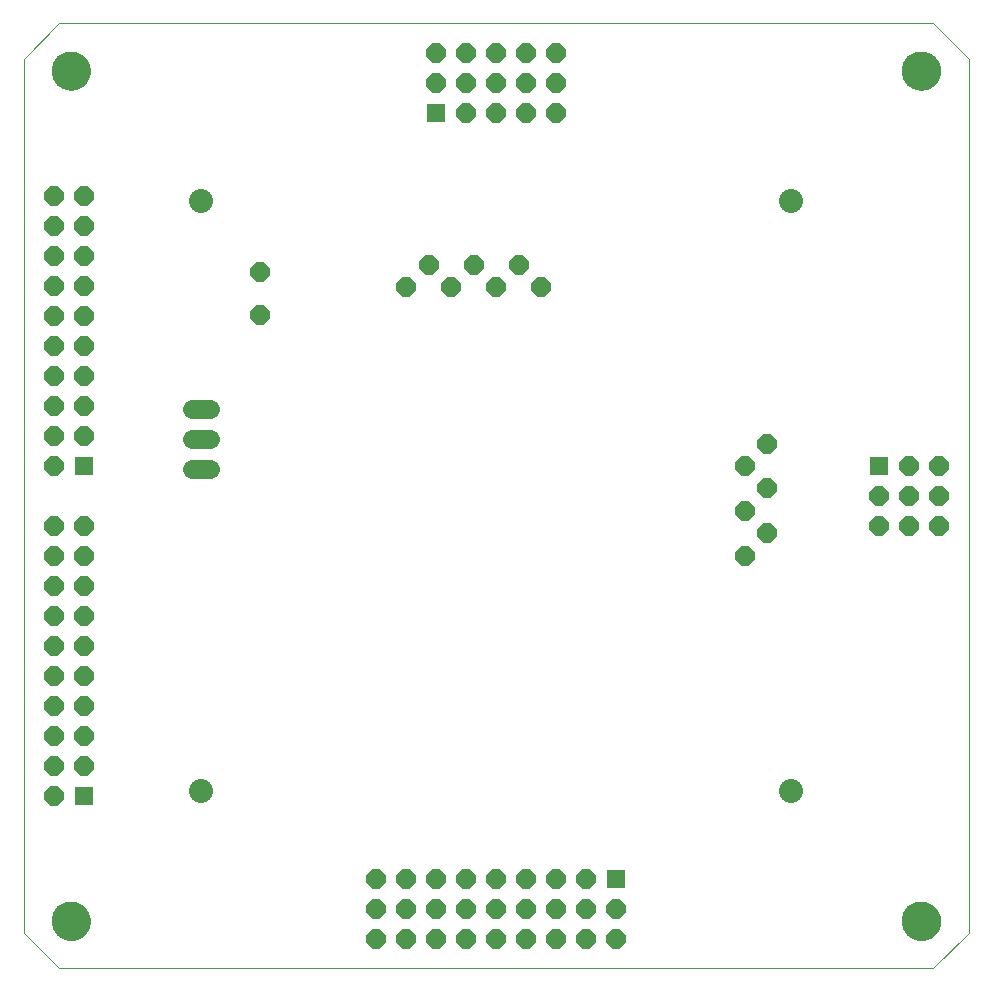
<source format=gbs>
G75*
%MOIN*%
%OFA0B0*%
%FSLAX25Y25*%
%IPPOS*%
%LPD*%
%AMOC8*
5,1,8,0,0,1.08239X$1,22.5*
%
%ADD10C,0.00000*%
%ADD11C,0.12998*%
%ADD12OC8,0.06400*%
%ADD13R,0.06400X0.06400*%
%ADD14C,0.06400*%
%ADD15C,0.08000*%
D10*
X0023711Y0035200D02*
X0011900Y0047011D01*
X0011900Y0338350D01*
X0023711Y0350161D01*
X0315050Y0350161D01*
X0326861Y0338350D01*
X0326861Y0047011D01*
X0315050Y0035200D01*
X0023711Y0035200D01*
X0021349Y0050948D02*
X0021351Y0051106D01*
X0021357Y0051264D01*
X0021367Y0051422D01*
X0021381Y0051580D01*
X0021399Y0051737D01*
X0021420Y0051894D01*
X0021446Y0052050D01*
X0021476Y0052206D01*
X0021509Y0052361D01*
X0021547Y0052514D01*
X0021588Y0052667D01*
X0021633Y0052819D01*
X0021682Y0052970D01*
X0021735Y0053119D01*
X0021791Y0053267D01*
X0021851Y0053413D01*
X0021915Y0053558D01*
X0021983Y0053701D01*
X0022054Y0053843D01*
X0022128Y0053983D01*
X0022206Y0054120D01*
X0022288Y0054256D01*
X0022372Y0054390D01*
X0022461Y0054521D01*
X0022552Y0054650D01*
X0022647Y0054777D01*
X0022744Y0054902D01*
X0022845Y0055024D01*
X0022949Y0055143D01*
X0023056Y0055260D01*
X0023166Y0055374D01*
X0023279Y0055485D01*
X0023394Y0055594D01*
X0023512Y0055699D01*
X0023633Y0055801D01*
X0023756Y0055901D01*
X0023882Y0055997D01*
X0024010Y0056090D01*
X0024140Y0056180D01*
X0024273Y0056266D01*
X0024408Y0056350D01*
X0024544Y0056429D01*
X0024683Y0056506D01*
X0024824Y0056578D01*
X0024966Y0056648D01*
X0025110Y0056713D01*
X0025256Y0056775D01*
X0025403Y0056833D01*
X0025552Y0056888D01*
X0025702Y0056939D01*
X0025853Y0056986D01*
X0026005Y0057029D01*
X0026158Y0057068D01*
X0026313Y0057104D01*
X0026468Y0057135D01*
X0026624Y0057163D01*
X0026780Y0057187D01*
X0026937Y0057207D01*
X0027095Y0057223D01*
X0027252Y0057235D01*
X0027411Y0057243D01*
X0027569Y0057247D01*
X0027727Y0057247D01*
X0027885Y0057243D01*
X0028044Y0057235D01*
X0028201Y0057223D01*
X0028359Y0057207D01*
X0028516Y0057187D01*
X0028672Y0057163D01*
X0028828Y0057135D01*
X0028983Y0057104D01*
X0029138Y0057068D01*
X0029291Y0057029D01*
X0029443Y0056986D01*
X0029594Y0056939D01*
X0029744Y0056888D01*
X0029893Y0056833D01*
X0030040Y0056775D01*
X0030186Y0056713D01*
X0030330Y0056648D01*
X0030472Y0056578D01*
X0030613Y0056506D01*
X0030752Y0056429D01*
X0030888Y0056350D01*
X0031023Y0056266D01*
X0031156Y0056180D01*
X0031286Y0056090D01*
X0031414Y0055997D01*
X0031540Y0055901D01*
X0031663Y0055801D01*
X0031784Y0055699D01*
X0031902Y0055594D01*
X0032017Y0055485D01*
X0032130Y0055374D01*
X0032240Y0055260D01*
X0032347Y0055143D01*
X0032451Y0055024D01*
X0032552Y0054902D01*
X0032649Y0054777D01*
X0032744Y0054650D01*
X0032835Y0054521D01*
X0032924Y0054390D01*
X0033008Y0054256D01*
X0033090Y0054120D01*
X0033168Y0053983D01*
X0033242Y0053843D01*
X0033313Y0053701D01*
X0033381Y0053558D01*
X0033445Y0053413D01*
X0033505Y0053267D01*
X0033561Y0053119D01*
X0033614Y0052970D01*
X0033663Y0052819D01*
X0033708Y0052667D01*
X0033749Y0052514D01*
X0033787Y0052361D01*
X0033820Y0052206D01*
X0033850Y0052050D01*
X0033876Y0051894D01*
X0033897Y0051737D01*
X0033915Y0051580D01*
X0033929Y0051422D01*
X0033939Y0051264D01*
X0033945Y0051106D01*
X0033947Y0050948D01*
X0033945Y0050790D01*
X0033939Y0050632D01*
X0033929Y0050474D01*
X0033915Y0050316D01*
X0033897Y0050159D01*
X0033876Y0050002D01*
X0033850Y0049846D01*
X0033820Y0049690D01*
X0033787Y0049535D01*
X0033749Y0049382D01*
X0033708Y0049229D01*
X0033663Y0049077D01*
X0033614Y0048926D01*
X0033561Y0048777D01*
X0033505Y0048629D01*
X0033445Y0048483D01*
X0033381Y0048338D01*
X0033313Y0048195D01*
X0033242Y0048053D01*
X0033168Y0047913D01*
X0033090Y0047776D01*
X0033008Y0047640D01*
X0032924Y0047506D01*
X0032835Y0047375D01*
X0032744Y0047246D01*
X0032649Y0047119D01*
X0032552Y0046994D01*
X0032451Y0046872D01*
X0032347Y0046753D01*
X0032240Y0046636D01*
X0032130Y0046522D01*
X0032017Y0046411D01*
X0031902Y0046302D01*
X0031784Y0046197D01*
X0031663Y0046095D01*
X0031540Y0045995D01*
X0031414Y0045899D01*
X0031286Y0045806D01*
X0031156Y0045716D01*
X0031023Y0045630D01*
X0030888Y0045546D01*
X0030752Y0045467D01*
X0030613Y0045390D01*
X0030472Y0045318D01*
X0030330Y0045248D01*
X0030186Y0045183D01*
X0030040Y0045121D01*
X0029893Y0045063D01*
X0029744Y0045008D01*
X0029594Y0044957D01*
X0029443Y0044910D01*
X0029291Y0044867D01*
X0029138Y0044828D01*
X0028983Y0044792D01*
X0028828Y0044761D01*
X0028672Y0044733D01*
X0028516Y0044709D01*
X0028359Y0044689D01*
X0028201Y0044673D01*
X0028044Y0044661D01*
X0027885Y0044653D01*
X0027727Y0044649D01*
X0027569Y0044649D01*
X0027411Y0044653D01*
X0027252Y0044661D01*
X0027095Y0044673D01*
X0026937Y0044689D01*
X0026780Y0044709D01*
X0026624Y0044733D01*
X0026468Y0044761D01*
X0026313Y0044792D01*
X0026158Y0044828D01*
X0026005Y0044867D01*
X0025853Y0044910D01*
X0025702Y0044957D01*
X0025552Y0045008D01*
X0025403Y0045063D01*
X0025256Y0045121D01*
X0025110Y0045183D01*
X0024966Y0045248D01*
X0024824Y0045318D01*
X0024683Y0045390D01*
X0024544Y0045467D01*
X0024408Y0045546D01*
X0024273Y0045630D01*
X0024140Y0045716D01*
X0024010Y0045806D01*
X0023882Y0045899D01*
X0023756Y0045995D01*
X0023633Y0046095D01*
X0023512Y0046197D01*
X0023394Y0046302D01*
X0023279Y0046411D01*
X0023166Y0046522D01*
X0023056Y0046636D01*
X0022949Y0046753D01*
X0022845Y0046872D01*
X0022744Y0046994D01*
X0022647Y0047119D01*
X0022552Y0047246D01*
X0022461Y0047375D01*
X0022372Y0047506D01*
X0022288Y0047640D01*
X0022206Y0047776D01*
X0022128Y0047913D01*
X0022054Y0048053D01*
X0021983Y0048195D01*
X0021915Y0048338D01*
X0021851Y0048483D01*
X0021791Y0048629D01*
X0021735Y0048777D01*
X0021682Y0048926D01*
X0021633Y0049077D01*
X0021588Y0049229D01*
X0021547Y0049382D01*
X0021509Y0049535D01*
X0021476Y0049690D01*
X0021446Y0049846D01*
X0021420Y0050002D01*
X0021399Y0050159D01*
X0021381Y0050316D01*
X0021367Y0050474D01*
X0021357Y0050632D01*
X0021351Y0050790D01*
X0021349Y0050948D01*
X0021349Y0334413D02*
X0021351Y0334571D01*
X0021357Y0334729D01*
X0021367Y0334887D01*
X0021381Y0335045D01*
X0021399Y0335202D01*
X0021420Y0335359D01*
X0021446Y0335515D01*
X0021476Y0335671D01*
X0021509Y0335826D01*
X0021547Y0335979D01*
X0021588Y0336132D01*
X0021633Y0336284D01*
X0021682Y0336435D01*
X0021735Y0336584D01*
X0021791Y0336732D01*
X0021851Y0336878D01*
X0021915Y0337023D01*
X0021983Y0337166D01*
X0022054Y0337308D01*
X0022128Y0337448D01*
X0022206Y0337585D01*
X0022288Y0337721D01*
X0022372Y0337855D01*
X0022461Y0337986D01*
X0022552Y0338115D01*
X0022647Y0338242D01*
X0022744Y0338367D01*
X0022845Y0338489D01*
X0022949Y0338608D01*
X0023056Y0338725D01*
X0023166Y0338839D01*
X0023279Y0338950D01*
X0023394Y0339059D01*
X0023512Y0339164D01*
X0023633Y0339266D01*
X0023756Y0339366D01*
X0023882Y0339462D01*
X0024010Y0339555D01*
X0024140Y0339645D01*
X0024273Y0339731D01*
X0024408Y0339815D01*
X0024544Y0339894D01*
X0024683Y0339971D01*
X0024824Y0340043D01*
X0024966Y0340113D01*
X0025110Y0340178D01*
X0025256Y0340240D01*
X0025403Y0340298D01*
X0025552Y0340353D01*
X0025702Y0340404D01*
X0025853Y0340451D01*
X0026005Y0340494D01*
X0026158Y0340533D01*
X0026313Y0340569D01*
X0026468Y0340600D01*
X0026624Y0340628D01*
X0026780Y0340652D01*
X0026937Y0340672D01*
X0027095Y0340688D01*
X0027252Y0340700D01*
X0027411Y0340708D01*
X0027569Y0340712D01*
X0027727Y0340712D01*
X0027885Y0340708D01*
X0028044Y0340700D01*
X0028201Y0340688D01*
X0028359Y0340672D01*
X0028516Y0340652D01*
X0028672Y0340628D01*
X0028828Y0340600D01*
X0028983Y0340569D01*
X0029138Y0340533D01*
X0029291Y0340494D01*
X0029443Y0340451D01*
X0029594Y0340404D01*
X0029744Y0340353D01*
X0029893Y0340298D01*
X0030040Y0340240D01*
X0030186Y0340178D01*
X0030330Y0340113D01*
X0030472Y0340043D01*
X0030613Y0339971D01*
X0030752Y0339894D01*
X0030888Y0339815D01*
X0031023Y0339731D01*
X0031156Y0339645D01*
X0031286Y0339555D01*
X0031414Y0339462D01*
X0031540Y0339366D01*
X0031663Y0339266D01*
X0031784Y0339164D01*
X0031902Y0339059D01*
X0032017Y0338950D01*
X0032130Y0338839D01*
X0032240Y0338725D01*
X0032347Y0338608D01*
X0032451Y0338489D01*
X0032552Y0338367D01*
X0032649Y0338242D01*
X0032744Y0338115D01*
X0032835Y0337986D01*
X0032924Y0337855D01*
X0033008Y0337721D01*
X0033090Y0337585D01*
X0033168Y0337448D01*
X0033242Y0337308D01*
X0033313Y0337166D01*
X0033381Y0337023D01*
X0033445Y0336878D01*
X0033505Y0336732D01*
X0033561Y0336584D01*
X0033614Y0336435D01*
X0033663Y0336284D01*
X0033708Y0336132D01*
X0033749Y0335979D01*
X0033787Y0335826D01*
X0033820Y0335671D01*
X0033850Y0335515D01*
X0033876Y0335359D01*
X0033897Y0335202D01*
X0033915Y0335045D01*
X0033929Y0334887D01*
X0033939Y0334729D01*
X0033945Y0334571D01*
X0033947Y0334413D01*
X0033945Y0334255D01*
X0033939Y0334097D01*
X0033929Y0333939D01*
X0033915Y0333781D01*
X0033897Y0333624D01*
X0033876Y0333467D01*
X0033850Y0333311D01*
X0033820Y0333155D01*
X0033787Y0333000D01*
X0033749Y0332847D01*
X0033708Y0332694D01*
X0033663Y0332542D01*
X0033614Y0332391D01*
X0033561Y0332242D01*
X0033505Y0332094D01*
X0033445Y0331948D01*
X0033381Y0331803D01*
X0033313Y0331660D01*
X0033242Y0331518D01*
X0033168Y0331378D01*
X0033090Y0331241D01*
X0033008Y0331105D01*
X0032924Y0330971D01*
X0032835Y0330840D01*
X0032744Y0330711D01*
X0032649Y0330584D01*
X0032552Y0330459D01*
X0032451Y0330337D01*
X0032347Y0330218D01*
X0032240Y0330101D01*
X0032130Y0329987D01*
X0032017Y0329876D01*
X0031902Y0329767D01*
X0031784Y0329662D01*
X0031663Y0329560D01*
X0031540Y0329460D01*
X0031414Y0329364D01*
X0031286Y0329271D01*
X0031156Y0329181D01*
X0031023Y0329095D01*
X0030888Y0329011D01*
X0030752Y0328932D01*
X0030613Y0328855D01*
X0030472Y0328783D01*
X0030330Y0328713D01*
X0030186Y0328648D01*
X0030040Y0328586D01*
X0029893Y0328528D01*
X0029744Y0328473D01*
X0029594Y0328422D01*
X0029443Y0328375D01*
X0029291Y0328332D01*
X0029138Y0328293D01*
X0028983Y0328257D01*
X0028828Y0328226D01*
X0028672Y0328198D01*
X0028516Y0328174D01*
X0028359Y0328154D01*
X0028201Y0328138D01*
X0028044Y0328126D01*
X0027885Y0328118D01*
X0027727Y0328114D01*
X0027569Y0328114D01*
X0027411Y0328118D01*
X0027252Y0328126D01*
X0027095Y0328138D01*
X0026937Y0328154D01*
X0026780Y0328174D01*
X0026624Y0328198D01*
X0026468Y0328226D01*
X0026313Y0328257D01*
X0026158Y0328293D01*
X0026005Y0328332D01*
X0025853Y0328375D01*
X0025702Y0328422D01*
X0025552Y0328473D01*
X0025403Y0328528D01*
X0025256Y0328586D01*
X0025110Y0328648D01*
X0024966Y0328713D01*
X0024824Y0328783D01*
X0024683Y0328855D01*
X0024544Y0328932D01*
X0024408Y0329011D01*
X0024273Y0329095D01*
X0024140Y0329181D01*
X0024010Y0329271D01*
X0023882Y0329364D01*
X0023756Y0329460D01*
X0023633Y0329560D01*
X0023512Y0329662D01*
X0023394Y0329767D01*
X0023279Y0329876D01*
X0023166Y0329987D01*
X0023056Y0330101D01*
X0022949Y0330218D01*
X0022845Y0330337D01*
X0022744Y0330459D01*
X0022647Y0330584D01*
X0022552Y0330711D01*
X0022461Y0330840D01*
X0022372Y0330971D01*
X0022288Y0331105D01*
X0022206Y0331241D01*
X0022128Y0331378D01*
X0022054Y0331518D01*
X0021983Y0331660D01*
X0021915Y0331803D01*
X0021851Y0331948D01*
X0021791Y0332094D01*
X0021735Y0332242D01*
X0021682Y0332391D01*
X0021633Y0332542D01*
X0021588Y0332694D01*
X0021547Y0332847D01*
X0021509Y0333000D01*
X0021476Y0333155D01*
X0021446Y0333311D01*
X0021420Y0333467D01*
X0021399Y0333624D01*
X0021381Y0333781D01*
X0021367Y0333939D01*
X0021357Y0334097D01*
X0021351Y0334255D01*
X0021349Y0334413D01*
X0304814Y0334413D02*
X0304816Y0334571D01*
X0304822Y0334729D01*
X0304832Y0334887D01*
X0304846Y0335045D01*
X0304864Y0335202D01*
X0304885Y0335359D01*
X0304911Y0335515D01*
X0304941Y0335671D01*
X0304974Y0335826D01*
X0305012Y0335979D01*
X0305053Y0336132D01*
X0305098Y0336284D01*
X0305147Y0336435D01*
X0305200Y0336584D01*
X0305256Y0336732D01*
X0305316Y0336878D01*
X0305380Y0337023D01*
X0305448Y0337166D01*
X0305519Y0337308D01*
X0305593Y0337448D01*
X0305671Y0337585D01*
X0305753Y0337721D01*
X0305837Y0337855D01*
X0305926Y0337986D01*
X0306017Y0338115D01*
X0306112Y0338242D01*
X0306209Y0338367D01*
X0306310Y0338489D01*
X0306414Y0338608D01*
X0306521Y0338725D01*
X0306631Y0338839D01*
X0306744Y0338950D01*
X0306859Y0339059D01*
X0306977Y0339164D01*
X0307098Y0339266D01*
X0307221Y0339366D01*
X0307347Y0339462D01*
X0307475Y0339555D01*
X0307605Y0339645D01*
X0307738Y0339731D01*
X0307873Y0339815D01*
X0308009Y0339894D01*
X0308148Y0339971D01*
X0308289Y0340043D01*
X0308431Y0340113D01*
X0308575Y0340178D01*
X0308721Y0340240D01*
X0308868Y0340298D01*
X0309017Y0340353D01*
X0309167Y0340404D01*
X0309318Y0340451D01*
X0309470Y0340494D01*
X0309623Y0340533D01*
X0309778Y0340569D01*
X0309933Y0340600D01*
X0310089Y0340628D01*
X0310245Y0340652D01*
X0310402Y0340672D01*
X0310560Y0340688D01*
X0310717Y0340700D01*
X0310876Y0340708D01*
X0311034Y0340712D01*
X0311192Y0340712D01*
X0311350Y0340708D01*
X0311509Y0340700D01*
X0311666Y0340688D01*
X0311824Y0340672D01*
X0311981Y0340652D01*
X0312137Y0340628D01*
X0312293Y0340600D01*
X0312448Y0340569D01*
X0312603Y0340533D01*
X0312756Y0340494D01*
X0312908Y0340451D01*
X0313059Y0340404D01*
X0313209Y0340353D01*
X0313358Y0340298D01*
X0313505Y0340240D01*
X0313651Y0340178D01*
X0313795Y0340113D01*
X0313937Y0340043D01*
X0314078Y0339971D01*
X0314217Y0339894D01*
X0314353Y0339815D01*
X0314488Y0339731D01*
X0314621Y0339645D01*
X0314751Y0339555D01*
X0314879Y0339462D01*
X0315005Y0339366D01*
X0315128Y0339266D01*
X0315249Y0339164D01*
X0315367Y0339059D01*
X0315482Y0338950D01*
X0315595Y0338839D01*
X0315705Y0338725D01*
X0315812Y0338608D01*
X0315916Y0338489D01*
X0316017Y0338367D01*
X0316114Y0338242D01*
X0316209Y0338115D01*
X0316300Y0337986D01*
X0316389Y0337855D01*
X0316473Y0337721D01*
X0316555Y0337585D01*
X0316633Y0337448D01*
X0316707Y0337308D01*
X0316778Y0337166D01*
X0316846Y0337023D01*
X0316910Y0336878D01*
X0316970Y0336732D01*
X0317026Y0336584D01*
X0317079Y0336435D01*
X0317128Y0336284D01*
X0317173Y0336132D01*
X0317214Y0335979D01*
X0317252Y0335826D01*
X0317285Y0335671D01*
X0317315Y0335515D01*
X0317341Y0335359D01*
X0317362Y0335202D01*
X0317380Y0335045D01*
X0317394Y0334887D01*
X0317404Y0334729D01*
X0317410Y0334571D01*
X0317412Y0334413D01*
X0317410Y0334255D01*
X0317404Y0334097D01*
X0317394Y0333939D01*
X0317380Y0333781D01*
X0317362Y0333624D01*
X0317341Y0333467D01*
X0317315Y0333311D01*
X0317285Y0333155D01*
X0317252Y0333000D01*
X0317214Y0332847D01*
X0317173Y0332694D01*
X0317128Y0332542D01*
X0317079Y0332391D01*
X0317026Y0332242D01*
X0316970Y0332094D01*
X0316910Y0331948D01*
X0316846Y0331803D01*
X0316778Y0331660D01*
X0316707Y0331518D01*
X0316633Y0331378D01*
X0316555Y0331241D01*
X0316473Y0331105D01*
X0316389Y0330971D01*
X0316300Y0330840D01*
X0316209Y0330711D01*
X0316114Y0330584D01*
X0316017Y0330459D01*
X0315916Y0330337D01*
X0315812Y0330218D01*
X0315705Y0330101D01*
X0315595Y0329987D01*
X0315482Y0329876D01*
X0315367Y0329767D01*
X0315249Y0329662D01*
X0315128Y0329560D01*
X0315005Y0329460D01*
X0314879Y0329364D01*
X0314751Y0329271D01*
X0314621Y0329181D01*
X0314488Y0329095D01*
X0314353Y0329011D01*
X0314217Y0328932D01*
X0314078Y0328855D01*
X0313937Y0328783D01*
X0313795Y0328713D01*
X0313651Y0328648D01*
X0313505Y0328586D01*
X0313358Y0328528D01*
X0313209Y0328473D01*
X0313059Y0328422D01*
X0312908Y0328375D01*
X0312756Y0328332D01*
X0312603Y0328293D01*
X0312448Y0328257D01*
X0312293Y0328226D01*
X0312137Y0328198D01*
X0311981Y0328174D01*
X0311824Y0328154D01*
X0311666Y0328138D01*
X0311509Y0328126D01*
X0311350Y0328118D01*
X0311192Y0328114D01*
X0311034Y0328114D01*
X0310876Y0328118D01*
X0310717Y0328126D01*
X0310560Y0328138D01*
X0310402Y0328154D01*
X0310245Y0328174D01*
X0310089Y0328198D01*
X0309933Y0328226D01*
X0309778Y0328257D01*
X0309623Y0328293D01*
X0309470Y0328332D01*
X0309318Y0328375D01*
X0309167Y0328422D01*
X0309017Y0328473D01*
X0308868Y0328528D01*
X0308721Y0328586D01*
X0308575Y0328648D01*
X0308431Y0328713D01*
X0308289Y0328783D01*
X0308148Y0328855D01*
X0308009Y0328932D01*
X0307873Y0329011D01*
X0307738Y0329095D01*
X0307605Y0329181D01*
X0307475Y0329271D01*
X0307347Y0329364D01*
X0307221Y0329460D01*
X0307098Y0329560D01*
X0306977Y0329662D01*
X0306859Y0329767D01*
X0306744Y0329876D01*
X0306631Y0329987D01*
X0306521Y0330101D01*
X0306414Y0330218D01*
X0306310Y0330337D01*
X0306209Y0330459D01*
X0306112Y0330584D01*
X0306017Y0330711D01*
X0305926Y0330840D01*
X0305837Y0330971D01*
X0305753Y0331105D01*
X0305671Y0331241D01*
X0305593Y0331378D01*
X0305519Y0331518D01*
X0305448Y0331660D01*
X0305380Y0331803D01*
X0305316Y0331948D01*
X0305256Y0332094D01*
X0305200Y0332242D01*
X0305147Y0332391D01*
X0305098Y0332542D01*
X0305053Y0332694D01*
X0305012Y0332847D01*
X0304974Y0333000D01*
X0304941Y0333155D01*
X0304911Y0333311D01*
X0304885Y0333467D01*
X0304864Y0333624D01*
X0304846Y0333781D01*
X0304832Y0333939D01*
X0304822Y0334097D01*
X0304816Y0334255D01*
X0304814Y0334413D01*
X0304814Y0050948D02*
X0304816Y0051106D01*
X0304822Y0051264D01*
X0304832Y0051422D01*
X0304846Y0051580D01*
X0304864Y0051737D01*
X0304885Y0051894D01*
X0304911Y0052050D01*
X0304941Y0052206D01*
X0304974Y0052361D01*
X0305012Y0052514D01*
X0305053Y0052667D01*
X0305098Y0052819D01*
X0305147Y0052970D01*
X0305200Y0053119D01*
X0305256Y0053267D01*
X0305316Y0053413D01*
X0305380Y0053558D01*
X0305448Y0053701D01*
X0305519Y0053843D01*
X0305593Y0053983D01*
X0305671Y0054120D01*
X0305753Y0054256D01*
X0305837Y0054390D01*
X0305926Y0054521D01*
X0306017Y0054650D01*
X0306112Y0054777D01*
X0306209Y0054902D01*
X0306310Y0055024D01*
X0306414Y0055143D01*
X0306521Y0055260D01*
X0306631Y0055374D01*
X0306744Y0055485D01*
X0306859Y0055594D01*
X0306977Y0055699D01*
X0307098Y0055801D01*
X0307221Y0055901D01*
X0307347Y0055997D01*
X0307475Y0056090D01*
X0307605Y0056180D01*
X0307738Y0056266D01*
X0307873Y0056350D01*
X0308009Y0056429D01*
X0308148Y0056506D01*
X0308289Y0056578D01*
X0308431Y0056648D01*
X0308575Y0056713D01*
X0308721Y0056775D01*
X0308868Y0056833D01*
X0309017Y0056888D01*
X0309167Y0056939D01*
X0309318Y0056986D01*
X0309470Y0057029D01*
X0309623Y0057068D01*
X0309778Y0057104D01*
X0309933Y0057135D01*
X0310089Y0057163D01*
X0310245Y0057187D01*
X0310402Y0057207D01*
X0310560Y0057223D01*
X0310717Y0057235D01*
X0310876Y0057243D01*
X0311034Y0057247D01*
X0311192Y0057247D01*
X0311350Y0057243D01*
X0311509Y0057235D01*
X0311666Y0057223D01*
X0311824Y0057207D01*
X0311981Y0057187D01*
X0312137Y0057163D01*
X0312293Y0057135D01*
X0312448Y0057104D01*
X0312603Y0057068D01*
X0312756Y0057029D01*
X0312908Y0056986D01*
X0313059Y0056939D01*
X0313209Y0056888D01*
X0313358Y0056833D01*
X0313505Y0056775D01*
X0313651Y0056713D01*
X0313795Y0056648D01*
X0313937Y0056578D01*
X0314078Y0056506D01*
X0314217Y0056429D01*
X0314353Y0056350D01*
X0314488Y0056266D01*
X0314621Y0056180D01*
X0314751Y0056090D01*
X0314879Y0055997D01*
X0315005Y0055901D01*
X0315128Y0055801D01*
X0315249Y0055699D01*
X0315367Y0055594D01*
X0315482Y0055485D01*
X0315595Y0055374D01*
X0315705Y0055260D01*
X0315812Y0055143D01*
X0315916Y0055024D01*
X0316017Y0054902D01*
X0316114Y0054777D01*
X0316209Y0054650D01*
X0316300Y0054521D01*
X0316389Y0054390D01*
X0316473Y0054256D01*
X0316555Y0054120D01*
X0316633Y0053983D01*
X0316707Y0053843D01*
X0316778Y0053701D01*
X0316846Y0053558D01*
X0316910Y0053413D01*
X0316970Y0053267D01*
X0317026Y0053119D01*
X0317079Y0052970D01*
X0317128Y0052819D01*
X0317173Y0052667D01*
X0317214Y0052514D01*
X0317252Y0052361D01*
X0317285Y0052206D01*
X0317315Y0052050D01*
X0317341Y0051894D01*
X0317362Y0051737D01*
X0317380Y0051580D01*
X0317394Y0051422D01*
X0317404Y0051264D01*
X0317410Y0051106D01*
X0317412Y0050948D01*
X0317410Y0050790D01*
X0317404Y0050632D01*
X0317394Y0050474D01*
X0317380Y0050316D01*
X0317362Y0050159D01*
X0317341Y0050002D01*
X0317315Y0049846D01*
X0317285Y0049690D01*
X0317252Y0049535D01*
X0317214Y0049382D01*
X0317173Y0049229D01*
X0317128Y0049077D01*
X0317079Y0048926D01*
X0317026Y0048777D01*
X0316970Y0048629D01*
X0316910Y0048483D01*
X0316846Y0048338D01*
X0316778Y0048195D01*
X0316707Y0048053D01*
X0316633Y0047913D01*
X0316555Y0047776D01*
X0316473Y0047640D01*
X0316389Y0047506D01*
X0316300Y0047375D01*
X0316209Y0047246D01*
X0316114Y0047119D01*
X0316017Y0046994D01*
X0315916Y0046872D01*
X0315812Y0046753D01*
X0315705Y0046636D01*
X0315595Y0046522D01*
X0315482Y0046411D01*
X0315367Y0046302D01*
X0315249Y0046197D01*
X0315128Y0046095D01*
X0315005Y0045995D01*
X0314879Y0045899D01*
X0314751Y0045806D01*
X0314621Y0045716D01*
X0314488Y0045630D01*
X0314353Y0045546D01*
X0314217Y0045467D01*
X0314078Y0045390D01*
X0313937Y0045318D01*
X0313795Y0045248D01*
X0313651Y0045183D01*
X0313505Y0045121D01*
X0313358Y0045063D01*
X0313209Y0045008D01*
X0313059Y0044957D01*
X0312908Y0044910D01*
X0312756Y0044867D01*
X0312603Y0044828D01*
X0312448Y0044792D01*
X0312293Y0044761D01*
X0312137Y0044733D01*
X0311981Y0044709D01*
X0311824Y0044689D01*
X0311666Y0044673D01*
X0311509Y0044661D01*
X0311350Y0044653D01*
X0311192Y0044649D01*
X0311034Y0044649D01*
X0310876Y0044653D01*
X0310717Y0044661D01*
X0310560Y0044673D01*
X0310402Y0044689D01*
X0310245Y0044709D01*
X0310089Y0044733D01*
X0309933Y0044761D01*
X0309778Y0044792D01*
X0309623Y0044828D01*
X0309470Y0044867D01*
X0309318Y0044910D01*
X0309167Y0044957D01*
X0309017Y0045008D01*
X0308868Y0045063D01*
X0308721Y0045121D01*
X0308575Y0045183D01*
X0308431Y0045248D01*
X0308289Y0045318D01*
X0308148Y0045390D01*
X0308009Y0045467D01*
X0307873Y0045546D01*
X0307738Y0045630D01*
X0307605Y0045716D01*
X0307475Y0045806D01*
X0307347Y0045899D01*
X0307221Y0045995D01*
X0307098Y0046095D01*
X0306977Y0046197D01*
X0306859Y0046302D01*
X0306744Y0046411D01*
X0306631Y0046522D01*
X0306521Y0046636D01*
X0306414Y0046753D01*
X0306310Y0046872D01*
X0306209Y0046994D01*
X0306112Y0047119D01*
X0306017Y0047246D01*
X0305926Y0047375D01*
X0305837Y0047506D01*
X0305753Y0047640D01*
X0305671Y0047776D01*
X0305593Y0047913D01*
X0305519Y0048053D01*
X0305448Y0048195D01*
X0305380Y0048338D01*
X0305316Y0048483D01*
X0305256Y0048629D01*
X0305200Y0048777D01*
X0305147Y0048926D01*
X0305098Y0049077D01*
X0305053Y0049229D01*
X0305012Y0049382D01*
X0304974Y0049535D01*
X0304941Y0049690D01*
X0304911Y0049846D01*
X0304885Y0050002D01*
X0304864Y0050159D01*
X0304846Y0050316D01*
X0304832Y0050474D01*
X0304822Y0050632D01*
X0304816Y0050790D01*
X0304814Y0050948D01*
D11*
X0311113Y0050948D03*
X0311113Y0334413D03*
X0027648Y0334413D03*
X0027648Y0050948D03*
D12*
X0021861Y0092661D03*
X0021861Y0102661D03*
X0031861Y0102661D03*
X0031861Y0112661D03*
X0031861Y0122661D03*
X0021861Y0122661D03*
X0021861Y0112661D03*
X0021861Y0132661D03*
X0031861Y0132661D03*
X0031861Y0142661D03*
X0031861Y0152661D03*
X0021861Y0152661D03*
X0021861Y0142661D03*
X0021861Y0162661D03*
X0021861Y0172661D03*
X0031861Y0172661D03*
X0031861Y0162661D03*
X0031861Y0182661D03*
X0021861Y0182661D03*
X0021861Y0202661D03*
X0021861Y0212661D03*
X0021861Y0222661D03*
X0031861Y0222661D03*
X0031861Y0212661D03*
X0031861Y0232661D03*
X0031861Y0242661D03*
X0021861Y0242661D03*
X0021861Y0232661D03*
X0021861Y0252661D03*
X0031861Y0252661D03*
X0031861Y0262661D03*
X0031861Y0272661D03*
X0021861Y0272661D03*
X0021861Y0262661D03*
X0021861Y0282661D03*
X0021861Y0292661D03*
X0031861Y0292661D03*
X0031861Y0282661D03*
X0090600Y0267400D03*
X0090600Y0252900D03*
X0139400Y0262200D03*
X0146900Y0269700D03*
X0154400Y0262200D03*
X0161900Y0269700D03*
X0169400Y0262200D03*
X0176900Y0269700D03*
X0184400Y0262200D03*
X0189350Y0320330D03*
X0189350Y0330330D03*
X0189350Y0340330D03*
X0179350Y0340330D03*
X0179350Y0330330D03*
X0179350Y0320330D03*
X0169350Y0320330D03*
X0169350Y0330330D03*
X0159350Y0330330D03*
X0159350Y0320330D03*
X0149350Y0330330D03*
X0149350Y0340330D03*
X0159350Y0340330D03*
X0169350Y0340330D03*
X0259700Y0210100D03*
X0252200Y0202600D03*
X0259800Y0195200D03*
X0252200Y0187800D03*
X0259700Y0180300D03*
X0252200Y0172800D03*
X0296861Y0182680D03*
X0306861Y0182680D03*
X0316861Y0182680D03*
X0316861Y0192680D03*
X0316861Y0202680D03*
X0306861Y0202680D03*
X0306861Y0192680D03*
X0296861Y0192680D03*
X0199400Y0065000D03*
X0199400Y0055000D03*
X0209400Y0055000D03*
X0209400Y0045000D03*
X0199400Y0045000D03*
X0189400Y0045000D03*
X0189400Y0055000D03*
X0189400Y0065000D03*
X0179400Y0065000D03*
X0179400Y0055000D03*
X0179400Y0045000D03*
X0169400Y0045000D03*
X0159400Y0045000D03*
X0159400Y0055000D03*
X0159400Y0065000D03*
X0169400Y0065000D03*
X0169400Y0055000D03*
X0149400Y0055000D03*
X0149400Y0065000D03*
X0139400Y0065000D03*
X0139400Y0055000D03*
X0139400Y0045000D03*
X0129400Y0045000D03*
X0129400Y0055000D03*
X0129400Y0065000D03*
X0149400Y0045000D03*
D13*
X0209400Y0065000D03*
X0296861Y0202680D03*
X0149350Y0320330D03*
X0031861Y0202661D03*
X0031861Y0092661D03*
D14*
X0068000Y0201500D02*
X0074000Y0201500D01*
X0074000Y0211500D02*
X0068000Y0211500D01*
X0068000Y0221500D02*
X0074000Y0221500D01*
D15*
X0070955Y0291106D03*
X0070955Y0094255D03*
X0267806Y0094255D03*
X0267806Y0291106D03*
M02*

</source>
